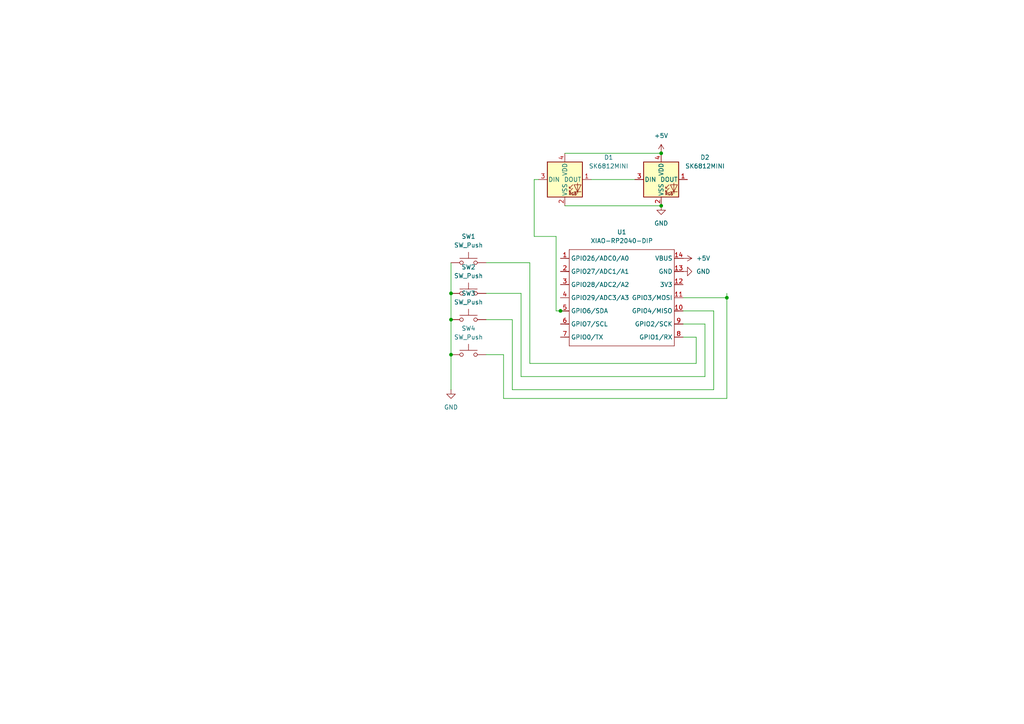
<source format=kicad_sch>
(kicad_sch
	(version 20250114)
	(generator "eeschema")
	(generator_version "9.0")
	(uuid "1476adb5-9970-4781-b5a4-9e3440139dc2")
	(paper "A4")
	(lib_symbols
		(symbol "LED:SK6812MINI"
			(pin_names
				(offset 0.254)
			)
			(exclude_from_sim no)
			(in_bom yes)
			(on_board yes)
			(property "Reference" "D"
				(at 5.08 5.715 0)
				(effects
					(font
						(size 1.27 1.27)
					)
					(justify right bottom)
				)
			)
			(property "Value" "SK6812MINI"
				(at 1.27 -5.715 0)
				(effects
					(font
						(size 1.27 1.27)
					)
					(justify left top)
				)
			)
			(property "Footprint" "LED_SMD:LED_SK6812MINI_PLCC4_3.5x3.5mm_P1.75mm"
				(at 1.27 -7.62 0)
				(effects
					(font
						(size 1.27 1.27)
					)
					(justify left top)
					(hide yes)
				)
			)
			(property "Datasheet" "https://cdn-shop.adafruit.com/product-files/2686/SK6812MINI_REV.01-1-2.pdf"
				(at 2.54 -9.525 0)
				(effects
					(font
						(size 1.27 1.27)
					)
					(justify left top)
					(hide yes)
				)
			)
			(property "Description" "RGB LED with integrated controller"
				(at 0 0 0)
				(effects
					(font
						(size 1.27 1.27)
					)
					(hide yes)
				)
			)
			(property "ki_keywords" "RGB LED NeoPixel Mini addressable"
				(at 0 0 0)
				(effects
					(font
						(size 1.27 1.27)
					)
					(hide yes)
				)
			)
			(property "ki_fp_filters" "LED*SK6812MINI*PLCC*3.5x3.5mm*P1.75mm*"
				(at 0 0 0)
				(effects
					(font
						(size 1.27 1.27)
					)
					(hide yes)
				)
			)
			(symbol "SK6812MINI_0_0"
				(text "RGB"
					(at 2.286 -4.191 0)
					(effects
						(font
							(size 0.762 0.762)
						)
					)
				)
			)
			(symbol "SK6812MINI_0_1"
				(polyline
					(pts
						(xy 1.27 -2.54) (xy 1.778 -2.54)
					)
					(stroke
						(width 0)
						(type default)
					)
					(fill
						(type none)
					)
				)
				(polyline
					(pts
						(xy 1.27 -3.556) (xy 1.778 -3.556)
					)
					(stroke
						(width 0)
						(type default)
					)
					(fill
						(type none)
					)
				)
				(polyline
					(pts
						(xy 2.286 -1.524) (xy 1.27 -2.54) (xy 1.27 -2.032)
					)
					(stroke
						(width 0)
						(type default)
					)
					(fill
						(type none)
					)
				)
				(polyline
					(pts
						(xy 2.286 -2.54) (xy 1.27 -3.556) (xy 1.27 -3.048)
					)
					(stroke
						(width 0)
						(type default)
					)
					(fill
						(type none)
					)
				)
				(polyline
					(pts
						(xy 3.683 -1.016) (xy 3.683 -3.556) (xy 3.683 -4.064)
					)
					(stroke
						(width 0)
						(type default)
					)
					(fill
						(type none)
					)
				)
				(polyline
					(pts
						(xy 4.699 -1.524) (xy 2.667 -1.524) (xy 3.683 -3.556) (xy 4.699 -1.524)
					)
					(stroke
						(width 0)
						(type default)
					)
					(fill
						(type none)
					)
				)
				(polyline
					(pts
						(xy 4.699 -3.556) (xy 2.667 -3.556)
					)
					(stroke
						(width 0)
						(type default)
					)
					(fill
						(type none)
					)
				)
				(rectangle
					(start 5.08 5.08)
					(end -5.08 -5.08)
					(stroke
						(width 0.254)
						(type default)
					)
					(fill
						(type background)
					)
				)
			)
			(symbol "SK6812MINI_1_1"
				(pin input line
					(at -7.62 0 0)
					(length 2.54)
					(name "DIN"
						(effects
							(font
								(size 1.27 1.27)
							)
						)
					)
					(number "3"
						(effects
							(font
								(size 1.27 1.27)
							)
						)
					)
				)
				(pin power_in line
					(at 0 7.62 270)
					(length 2.54)
					(name "VDD"
						(effects
							(font
								(size 1.27 1.27)
							)
						)
					)
					(number "4"
						(effects
							(font
								(size 1.27 1.27)
							)
						)
					)
				)
				(pin power_in line
					(at 0 -7.62 90)
					(length 2.54)
					(name "VSS"
						(effects
							(font
								(size 1.27 1.27)
							)
						)
					)
					(number "2"
						(effects
							(font
								(size 1.27 1.27)
							)
						)
					)
				)
				(pin output line
					(at 7.62 0 180)
					(length 2.54)
					(name "DOUT"
						(effects
							(font
								(size 1.27 1.27)
							)
						)
					)
					(number "1"
						(effects
							(font
								(size 1.27 1.27)
							)
						)
					)
				)
			)
			(embedded_fonts no)
		)
		(symbol "OPL:XIAO-RP2040-DIP"
			(exclude_from_sim no)
			(in_bom yes)
			(on_board yes)
			(property "Reference" "U"
				(at 0 0 0)
				(effects
					(font
						(size 1.27 1.27)
					)
				)
			)
			(property "Value" "XIAO-RP2040-DIP"
				(at 5.334 -1.778 0)
				(effects
					(font
						(size 1.27 1.27)
					)
				)
			)
			(property "Footprint" "Module:MOUDLE14P-XIAO-DIP-SMD"
				(at 14.478 -32.258 0)
				(effects
					(font
						(size 1.27 1.27)
					)
					(hide yes)
				)
			)
			(property "Datasheet" ""
				(at 0 0 0)
				(effects
					(font
						(size 1.27 1.27)
					)
					(hide yes)
				)
			)
			(property "Description" ""
				(at 0 0 0)
				(effects
					(font
						(size 1.27 1.27)
					)
					(hide yes)
				)
			)
			(symbol "XIAO-RP2040-DIP_1_0"
				(polyline
					(pts
						(xy -1.27 -2.54) (xy 29.21 -2.54)
					)
					(stroke
						(width 0.1524)
						(type solid)
					)
					(fill
						(type none)
					)
				)
				(polyline
					(pts
						(xy -1.27 -5.08) (xy -2.54 -5.08)
					)
					(stroke
						(width 0.1524)
						(type solid)
					)
					(fill
						(type none)
					)
				)
				(polyline
					(pts
						(xy -1.27 -5.08) (xy -1.27 -2.54)
					)
					(stroke
						(width 0.1524)
						(type solid)
					)
					(fill
						(type none)
					)
				)
				(polyline
					(pts
						(xy -1.27 -8.89) (xy -2.54 -8.89)
					)
					(stroke
						(width 0.1524)
						(type solid)
					)
					(fill
						(type none)
					)
				)
				(polyline
					(pts
						(xy -1.27 -8.89) (xy -1.27 -5.08)
					)
					(stroke
						(width 0.1524)
						(type solid)
					)
					(fill
						(type none)
					)
				)
				(polyline
					(pts
						(xy -1.27 -12.7) (xy -2.54 -12.7)
					)
					(stroke
						(width 0.1524)
						(type solid)
					)
					(fill
						(type none)
					)
				)
				(polyline
					(pts
						(xy -1.27 -12.7) (xy -1.27 -8.89)
					)
					(stroke
						(width 0.1524)
						(type solid)
					)
					(fill
						(type none)
					)
				)
				(polyline
					(pts
						(xy -1.27 -16.51) (xy -2.54 -16.51)
					)
					(stroke
						(width 0.1524)
						(type solid)
					)
					(fill
						(type none)
					)
				)
				(polyline
					(pts
						(xy -1.27 -16.51) (xy -1.27 -12.7)
					)
					(stroke
						(width 0.1524)
						(type solid)
					)
					(fill
						(type none)
					)
				)
				(polyline
					(pts
						(xy -1.27 -20.32) (xy -2.54 -20.32)
					)
					(stroke
						(width 0.1524)
						(type solid)
					)
					(fill
						(type none)
					)
				)
				(polyline
					(pts
						(xy -1.27 -24.13) (xy -2.54 -24.13)
					)
					(stroke
						(width 0.1524)
						(type solid)
					)
					(fill
						(type none)
					)
				)
				(polyline
					(pts
						(xy -1.27 -27.94) (xy -2.54 -27.94)
					)
					(stroke
						(width 0.1524)
						(type solid)
					)
					(fill
						(type none)
					)
				)
				(polyline
					(pts
						(xy -1.27 -30.48) (xy -1.27 -16.51)
					)
					(stroke
						(width 0.1524)
						(type solid)
					)
					(fill
						(type none)
					)
				)
				(polyline
					(pts
						(xy 29.21 -2.54) (xy 29.21 -5.08)
					)
					(stroke
						(width 0.1524)
						(type solid)
					)
					(fill
						(type none)
					)
				)
				(polyline
					(pts
						(xy 29.21 -5.08) (xy 29.21 -8.89)
					)
					(stroke
						(width 0.1524)
						(type solid)
					)
					(fill
						(type none)
					)
				)
				(polyline
					(pts
						(xy 29.21 -8.89) (xy 29.21 -12.7)
					)
					(stroke
						(width 0.1524)
						(type solid)
					)
					(fill
						(type none)
					)
				)
				(polyline
					(pts
						(xy 29.21 -12.7) (xy 29.21 -30.48)
					)
					(stroke
						(width 0.1524)
						(type solid)
					)
					(fill
						(type none)
					)
				)
				(polyline
					(pts
						(xy 29.21 -30.48) (xy -1.27 -30.48)
					)
					(stroke
						(width 0.1524)
						(type solid)
					)
					(fill
						(type none)
					)
				)
				(polyline
					(pts
						(xy 30.48 -5.08) (xy 29.21 -5.08)
					)
					(stroke
						(width 0.1524)
						(type solid)
					)
					(fill
						(type none)
					)
				)
				(polyline
					(pts
						(xy 30.48 -8.89) (xy 29.21 -8.89)
					)
					(stroke
						(width 0.1524)
						(type solid)
					)
					(fill
						(type none)
					)
				)
				(polyline
					(pts
						(xy 30.48 -12.7) (xy 29.21 -12.7)
					)
					(stroke
						(width 0.1524)
						(type solid)
					)
					(fill
						(type none)
					)
				)
				(polyline
					(pts
						(xy 30.48 -16.51) (xy 29.21 -16.51)
					)
					(stroke
						(width 0.1524)
						(type solid)
					)
					(fill
						(type none)
					)
				)
				(polyline
					(pts
						(xy 30.48 -20.32) (xy 29.21 -20.32)
					)
					(stroke
						(width 0.1524)
						(type solid)
					)
					(fill
						(type none)
					)
				)
				(polyline
					(pts
						(xy 30.48 -24.13) (xy 29.21 -24.13)
					)
					(stroke
						(width 0.1524)
						(type solid)
					)
					(fill
						(type none)
					)
				)
				(polyline
					(pts
						(xy 30.48 -27.94) (xy 29.21 -27.94)
					)
					(stroke
						(width 0.1524)
						(type solid)
					)
					(fill
						(type none)
					)
				)
				(pin passive line
					(at -3.81 -5.08 0)
					(length 2.54)
					(name "GPIO26/ADC0/A0"
						(effects
							(font
								(size 1.27 1.27)
							)
						)
					)
					(number "1"
						(effects
							(font
								(size 1.27 1.27)
							)
						)
					)
				)
				(pin passive line
					(at -3.81 -8.89 0)
					(length 2.54)
					(name "GPIO27/ADC1/A1"
						(effects
							(font
								(size 1.27 1.27)
							)
						)
					)
					(number "2"
						(effects
							(font
								(size 1.27 1.27)
							)
						)
					)
				)
				(pin passive line
					(at -3.81 -12.7 0)
					(length 2.54)
					(name "GPIO28/ADC2/A2"
						(effects
							(font
								(size 1.27 1.27)
							)
						)
					)
					(number "3"
						(effects
							(font
								(size 1.27 1.27)
							)
						)
					)
				)
				(pin passive line
					(at -3.81 -16.51 0)
					(length 2.54)
					(name "GPIO29/ADC3/A3"
						(effects
							(font
								(size 1.27 1.27)
							)
						)
					)
					(number "4"
						(effects
							(font
								(size 1.27 1.27)
							)
						)
					)
				)
				(pin passive line
					(at -3.81 -20.32 0)
					(length 2.54)
					(name "GPIO6/SDA"
						(effects
							(font
								(size 1.27 1.27)
							)
						)
					)
					(number "5"
						(effects
							(font
								(size 1.27 1.27)
							)
						)
					)
				)
				(pin passive line
					(at -3.81 -24.13 0)
					(length 2.54)
					(name "GPIO7/SCL"
						(effects
							(font
								(size 1.27 1.27)
							)
						)
					)
					(number "6"
						(effects
							(font
								(size 1.27 1.27)
							)
						)
					)
				)
				(pin passive line
					(at -3.81 -27.94 0)
					(length 2.54)
					(name "GPIO0/TX"
						(effects
							(font
								(size 1.27 1.27)
							)
						)
					)
					(number "7"
						(effects
							(font
								(size 1.27 1.27)
							)
						)
					)
				)
				(pin passive line
					(at 31.75 -5.08 180)
					(length 2.54)
					(name "VBUS"
						(effects
							(font
								(size 1.27 1.27)
							)
						)
					)
					(number "14"
						(effects
							(font
								(size 1.27 1.27)
							)
						)
					)
				)
				(pin passive line
					(at 31.75 -8.89 180)
					(length 2.54)
					(name "GND"
						(effects
							(font
								(size 1.27 1.27)
							)
						)
					)
					(number "13"
						(effects
							(font
								(size 1.27 1.27)
							)
						)
					)
				)
				(pin passive line
					(at 31.75 -12.7 180)
					(length 2.54)
					(name "3V3"
						(effects
							(font
								(size 1.27 1.27)
							)
						)
					)
					(number "12"
						(effects
							(font
								(size 1.27 1.27)
							)
						)
					)
				)
				(pin passive line
					(at 31.75 -16.51 180)
					(length 2.54)
					(name "GPIO3/MOSI"
						(effects
							(font
								(size 1.27 1.27)
							)
						)
					)
					(number "11"
						(effects
							(font
								(size 1.27 1.27)
							)
						)
					)
				)
				(pin passive line
					(at 31.75 -20.32 180)
					(length 2.54)
					(name "GPIO4/MISO"
						(effects
							(font
								(size 1.27 1.27)
							)
						)
					)
					(number "10"
						(effects
							(font
								(size 1.27 1.27)
							)
						)
					)
				)
				(pin passive line
					(at 31.75 -24.13 180)
					(length 2.54)
					(name "GPIO2/SCK"
						(effects
							(font
								(size 1.27 1.27)
							)
						)
					)
					(number "9"
						(effects
							(font
								(size 1.27 1.27)
							)
						)
					)
				)
				(pin passive line
					(at 31.75 -27.94 180)
					(length 2.54)
					(name "GPIO1/RX"
						(effects
							(font
								(size 1.27 1.27)
							)
						)
					)
					(number "8"
						(effects
							(font
								(size 1.27 1.27)
							)
						)
					)
				)
			)
			(embedded_fonts no)
		)
		(symbol "Switch:SW_Push"
			(pin_numbers
				(hide yes)
			)
			(pin_names
				(offset 1.016)
				(hide yes)
			)
			(exclude_from_sim no)
			(in_bom yes)
			(on_board yes)
			(property "Reference" "SW"
				(at 1.27 2.54 0)
				(effects
					(font
						(size 1.27 1.27)
					)
					(justify left)
				)
			)
			(property "Value" "SW_Push"
				(at 0 -1.524 0)
				(effects
					(font
						(size 1.27 1.27)
					)
				)
			)
			(property "Footprint" ""
				(at 0 5.08 0)
				(effects
					(font
						(size 1.27 1.27)
					)
					(hide yes)
				)
			)
			(property "Datasheet" "~"
				(at 0 5.08 0)
				(effects
					(font
						(size 1.27 1.27)
					)
					(hide yes)
				)
			)
			(property "Description" "Push button switch, generic, two pins"
				(at 0 0 0)
				(effects
					(font
						(size 1.27 1.27)
					)
					(hide yes)
				)
			)
			(property "ki_keywords" "switch normally-open pushbutton push-button"
				(at 0 0 0)
				(effects
					(font
						(size 1.27 1.27)
					)
					(hide yes)
				)
			)
			(symbol "SW_Push_0_1"
				(circle
					(center -2.032 0)
					(radius 0.508)
					(stroke
						(width 0)
						(type default)
					)
					(fill
						(type none)
					)
				)
				(polyline
					(pts
						(xy 0 1.27) (xy 0 3.048)
					)
					(stroke
						(width 0)
						(type default)
					)
					(fill
						(type none)
					)
				)
				(circle
					(center 2.032 0)
					(radius 0.508)
					(stroke
						(width 0)
						(type default)
					)
					(fill
						(type none)
					)
				)
				(polyline
					(pts
						(xy 2.54 1.27) (xy -2.54 1.27)
					)
					(stroke
						(width 0)
						(type default)
					)
					(fill
						(type none)
					)
				)
				(pin passive line
					(at -5.08 0 0)
					(length 2.54)
					(name "1"
						(effects
							(font
								(size 1.27 1.27)
							)
						)
					)
					(number "1"
						(effects
							(font
								(size 1.27 1.27)
							)
						)
					)
				)
				(pin passive line
					(at 5.08 0 180)
					(length 2.54)
					(name "2"
						(effects
							(font
								(size 1.27 1.27)
							)
						)
					)
					(number "2"
						(effects
							(font
								(size 1.27 1.27)
							)
						)
					)
				)
			)
			(embedded_fonts no)
		)
		(symbol "power:+5V"
			(power)
			(pin_numbers
				(hide yes)
			)
			(pin_names
				(offset 0)
				(hide yes)
			)
			(exclude_from_sim no)
			(in_bom yes)
			(on_board yes)
			(property "Reference" "#PWR"
				(at 0 -3.81 0)
				(effects
					(font
						(size 1.27 1.27)
					)
					(hide yes)
				)
			)
			(property "Value" "+5V"
				(at 0 3.556 0)
				(effects
					(font
						(size 1.27 1.27)
					)
				)
			)
			(property "Footprint" ""
				(at 0 0 0)
				(effects
					(font
						(size 1.27 1.27)
					)
					(hide yes)
				)
			)
			(property "Datasheet" ""
				(at 0 0 0)
				(effects
					(font
						(size 1.27 1.27)
					)
					(hide yes)
				)
			)
			(property "Description" "Power symbol creates a global label with name \"+5V\""
				(at 0 0 0)
				(effects
					(font
						(size 1.27 1.27)
					)
					(hide yes)
				)
			)
			(property "ki_keywords" "global power"
				(at 0 0 0)
				(effects
					(font
						(size 1.27 1.27)
					)
					(hide yes)
				)
			)
			(symbol "+5V_0_1"
				(polyline
					(pts
						(xy -0.762 1.27) (xy 0 2.54)
					)
					(stroke
						(width 0)
						(type default)
					)
					(fill
						(type none)
					)
				)
				(polyline
					(pts
						(xy 0 2.54) (xy 0.762 1.27)
					)
					(stroke
						(width 0)
						(type default)
					)
					(fill
						(type none)
					)
				)
				(polyline
					(pts
						(xy 0 0) (xy 0 2.54)
					)
					(stroke
						(width 0)
						(type default)
					)
					(fill
						(type none)
					)
				)
			)
			(symbol "+5V_1_1"
				(pin power_in line
					(at 0 0 90)
					(length 0)
					(name "~"
						(effects
							(font
								(size 1.27 1.27)
							)
						)
					)
					(number "1"
						(effects
							(font
								(size 1.27 1.27)
							)
						)
					)
				)
			)
			(embedded_fonts no)
		)
		(symbol "power:GND"
			(power)
			(pin_numbers
				(hide yes)
			)
			(pin_names
				(offset 0)
				(hide yes)
			)
			(exclude_from_sim no)
			(in_bom yes)
			(on_board yes)
			(property "Reference" "#PWR"
				(at 0 -6.35 0)
				(effects
					(font
						(size 1.27 1.27)
					)
					(hide yes)
				)
			)
			(property "Value" "GND"
				(at 0 -3.81 0)
				(effects
					(font
						(size 1.27 1.27)
					)
				)
			)
			(property "Footprint" ""
				(at 0 0 0)
				(effects
					(font
						(size 1.27 1.27)
					)
					(hide yes)
				)
			)
			(property "Datasheet" ""
				(at 0 0 0)
				(effects
					(font
						(size 1.27 1.27)
					)
					(hide yes)
				)
			)
			(property "Description" "Power symbol creates a global label with name \"GND\" , ground"
				(at 0 0 0)
				(effects
					(font
						(size 1.27 1.27)
					)
					(hide yes)
				)
			)
			(property "ki_keywords" "global power"
				(at 0 0 0)
				(effects
					(font
						(size 1.27 1.27)
					)
					(hide yes)
				)
			)
			(symbol "GND_0_1"
				(polyline
					(pts
						(xy 0 0) (xy 0 -1.27) (xy 1.27 -1.27) (xy 0 -2.54) (xy -1.27 -1.27) (xy 0 -1.27)
					)
					(stroke
						(width 0)
						(type default)
					)
					(fill
						(type none)
					)
				)
			)
			(symbol "GND_1_1"
				(pin power_in line
					(at 0 0 270)
					(length 0)
					(name "~"
						(effects
							(font
								(size 1.27 1.27)
							)
						)
					)
					(number "1"
						(effects
							(font
								(size 1.27 1.27)
							)
						)
					)
				)
			)
			(embedded_fonts no)
		)
	)
	(junction
		(at 130.81 102.87)
		(diameter 0)
		(color 0 0 0 0)
		(uuid "23d0ea12-a462-4689-b64d-15e45a20a67a")
	)
	(junction
		(at 130.81 92.71)
		(diameter 0)
		(color 0 0 0 0)
		(uuid "314ce9de-0fbd-4543-bcc8-67e9fa62ad7c")
	)
	(junction
		(at 210.82 86.36)
		(diameter 0)
		(color 0 0 0 0)
		(uuid "3467aaaa-8666-47ae-9654-844b850a14ce")
	)
	(junction
		(at 191.77 59.69)
		(diameter 0)
		(color 0 0 0 0)
		(uuid "95909c7e-38b4-4875-9122-c9bd1f2c89e6")
	)
	(junction
		(at 130.81 85.09)
		(diameter 0)
		(color 0 0 0 0)
		(uuid "ba48ad3b-44aa-4886-aa22-a9d7172678b2")
	)
	(junction
		(at 191.77 44.45)
		(diameter 0)
		(color 0 0 0 0)
		(uuid "dd7af1aa-c31d-490a-8100-5b56a4953e4d")
	)
	(junction
		(at 162.56 90.17)
		(diameter 0)
		(color 0 0 0 0)
		(uuid "f713d11f-ad35-4435-8b7e-d8243b654e47")
	)
	(wire
		(pts
			(xy 161.29 68.58) (xy 161.29 90.17)
		)
		(stroke
			(width 0)
			(type default)
		)
		(uuid "082deaa8-7f18-4583-b609-c8731f5c70f8")
	)
	(wire
		(pts
			(xy 130.81 85.09) (xy 130.81 92.71)
		)
		(stroke
			(width 0)
			(type default)
		)
		(uuid "0e63a28b-64d8-40a8-9a26-3433cb08b0d8")
	)
	(wire
		(pts
			(xy 130.81 92.71) (xy 130.81 102.87)
		)
		(stroke
			(width 0)
			(type default)
		)
		(uuid "101c1992-33a1-4c46-ba85-3aee4ecf3daa")
	)
	(wire
		(pts
			(xy 198.12 93.98) (xy 204.47 93.98)
		)
		(stroke
			(width 0)
			(type default)
		)
		(uuid "106d96be-a065-49b8-83bb-c20dd7fc4aee")
	)
	(wire
		(pts
			(xy 163.83 44.45) (xy 191.77 44.45)
		)
		(stroke
			(width 0)
			(type default)
		)
		(uuid "12b428fa-52bb-487e-890d-f875515749d7")
	)
	(wire
		(pts
			(xy 198.12 86.36) (xy 210.82 86.36)
		)
		(stroke
			(width 0)
			(type default)
		)
		(uuid "1b306ce7-7ef6-45dc-8f49-b381668c859a")
	)
	(wire
		(pts
			(xy 154.94 52.07) (xy 154.94 68.58)
		)
		(stroke
			(width 0)
			(type default)
		)
		(uuid "26deb4e5-ff7e-49cd-93ce-a9e0c36d9b17")
	)
	(wire
		(pts
			(xy 151.13 85.09) (xy 151.13 109.22)
		)
		(stroke
			(width 0)
			(type default)
		)
		(uuid "271543c1-e926-4f09-a375-6813e013c27e")
	)
	(wire
		(pts
			(xy 140.97 76.2) (xy 153.67 76.2)
		)
		(stroke
			(width 0)
			(type default)
		)
		(uuid "352b199c-9119-41df-bd35-c89f6b5a832b")
	)
	(wire
		(pts
			(xy 204.47 109.22) (xy 204.47 93.98)
		)
		(stroke
			(width 0)
			(type default)
		)
		(uuid "416df924-40b3-419d-b7b2-8ab7989dfaa9")
	)
	(wire
		(pts
			(xy 140.97 92.71) (xy 148.59 92.71)
		)
		(stroke
			(width 0)
			(type default)
		)
		(uuid "4c576b99-9261-413f-92ba-27164cc54363")
	)
	(wire
		(pts
			(xy 148.59 92.71) (xy 148.59 113.03)
		)
		(stroke
			(width 0)
			(type default)
		)
		(uuid "4d213b20-a997-4e4c-a62a-905b5fe060a2")
	)
	(wire
		(pts
			(xy 210.82 86.36) (xy 210.82 115.57)
		)
		(stroke
			(width 0)
			(type default)
		)
		(uuid "55834c39-6203-4a82-9685-18874a8ff44c")
	)
	(wire
		(pts
			(xy 154.94 68.58) (xy 161.29 68.58)
		)
		(stroke
			(width 0)
			(type default)
		)
		(uuid "5facc5d7-9275-49af-b241-b90b84d28f1e")
	)
	(wire
		(pts
			(xy 140.97 102.87) (xy 146.05 102.87)
		)
		(stroke
			(width 0)
			(type default)
		)
		(uuid "6320b284-5caf-4595-9b75-6d71b1fbb2de")
	)
	(wire
		(pts
			(xy 210.82 85.09) (xy 210.82 86.36)
		)
		(stroke
			(width 0)
			(type default)
		)
		(uuid "6e8d85f9-6708-487f-89a9-c21ccba20f20")
	)
	(wire
		(pts
			(xy 130.81 102.87) (xy 130.81 113.03)
		)
		(stroke
			(width 0)
			(type default)
		)
		(uuid "80b79ed4-cb12-4666-9caa-f30976cd2f15")
	)
	(wire
		(pts
			(xy 201.93 97.79) (xy 198.12 97.79)
		)
		(stroke
			(width 0)
			(type default)
		)
		(uuid "8396ea32-bca9-4b0e-8471-a68ebeda7e60")
	)
	(wire
		(pts
			(xy 146.05 102.87) (xy 146.05 115.57)
		)
		(stroke
			(width 0)
			(type default)
		)
		(uuid "9c911360-3e64-4278-b888-62e59074c46d")
	)
	(wire
		(pts
			(xy 162.56 90.17) (xy 163.83 90.17)
		)
		(stroke
			(width 0)
			(type default)
		)
		(uuid "a15c94f4-0d0a-4373-8c49-8625765db1d6")
	)
	(wire
		(pts
			(xy 153.67 105.41) (xy 201.93 105.41)
		)
		(stroke
			(width 0)
			(type default)
		)
		(uuid "a929d74e-8d98-4441-8d8e-3c1cc6ca8474")
	)
	(wire
		(pts
			(xy 171.45 52.07) (xy 184.15 52.07)
		)
		(stroke
			(width 0)
			(type default)
		)
		(uuid "b1aa4da9-0f9d-400b-9d08-e46120d44ee7")
	)
	(wire
		(pts
			(xy 154.94 52.07) (xy 156.21 52.07)
		)
		(stroke
			(width 0)
			(type default)
		)
		(uuid "b875e464-558c-4289-ad52-bc21e6b506ef")
	)
	(wire
		(pts
			(xy 146.05 115.57) (xy 210.82 115.57)
		)
		(stroke
			(width 0)
			(type default)
		)
		(uuid "b9819f67-de17-4263-92c3-e33339b964d7")
	)
	(wire
		(pts
			(xy 140.97 85.09) (xy 151.13 85.09)
		)
		(stroke
			(width 0)
			(type default)
		)
		(uuid "c2eed4a3-6c5e-4e73-b56f-a9b2de09321f")
	)
	(wire
		(pts
			(xy 148.59 113.03) (xy 207.01 113.03)
		)
		(stroke
			(width 0)
			(type default)
		)
		(uuid "c4fe0a63-c5ec-4324-a3db-e2f40be4fd5f")
	)
	(wire
		(pts
			(xy 201.93 105.41) (xy 201.93 97.79)
		)
		(stroke
			(width 0)
			(type default)
		)
		(uuid "cb258447-4524-4b2d-9428-7745fdf7d2c9")
	)
	(wire
		(pts
			(xy 130.81 76.2) (xy 130.81 85.09)
		)
		(stroke
			(width 0)
			(type default)
		)
		(uuid "d58d242a-607c-4d94-9f96-df97b6340591")
	)
	(wire
		(pts
			(xy 207.01 113.03) (xy 207.01 90.17)
		)
		(stroke
			(width 0)
			(type default)
		)
		(uuid "db0dce84-e5e9-4f35-beea-3424441dd88c")
	)
	(wire
		(pts
			(xy 163.83 59.69) (xy 191.77 59.69)
		)
		(stroke
			(width 0)
			(type default)
		)
		(uuid "ee102cae-2eee-4871-839a-f3586ba9d3f6")
	)
	(wire
		(pts
			(xy 198.12 90.17) (xy 207.01 90.17)
		)
		(stroke
			(width 0)
			(type default)
		)
		(uuid "efb76852-e891-47ac-95bd-44698b57b619")
	)
	(wire
		(pts
			(xy 153.67 76.2) (xy 153.67 105.41)
		)
		(stroke
			(width 0)
			(type default)
		)
		(uuid "f5d313af-3dc9-42f5-bd52-e90cd89fff81")
	)
	(wire
		(pts
			(xy 151.13 109.22) (xy 204.47 109.22)
		)
		(stroke
			(width 0)
			(type default)
		)
		(uuid "fbed6e2f-da07-4881-bc04-f049a715496a")
	)
	(wire
		(pts
			(xy 161.29 90.17) (xy 162.56 90.17)
		)
		(stroke
			(width 0)
			(type default)
		)
		(uuid "fcbb37d4-131f-463b-86b3-21682d252841")
	)
	(symbol
		(lib_id "LED:SK6812MINI")
		(at 163.83 52.07 0)
		(unit 1)
		(exclude_from_sim no)
		(in_bom yes)
		(on_board yes)
		(dnp no)
		(fields_autoplaced yes)
		(uuid "20a34f2a-c542-4f0f-9499-9862b8f3c90b")
		(property "Reference" "D1"
			(at 176.53 45.6498 0)
			(effects
				(font
					(size 1.27 1.27)
				)
			)
		)
		(property "Value" "SK6812MINI"
			(at 176.53 48.1898 0)
			(effects
				(font
					(size 1.27 1.27)
				)
			)
		)
		(property "Footprint" "LED_SMD:LED_SK6812MINI_PLCC4_3.5x3.5mm_P1.75mm"
			(at 165.1 59.69 0)
			(effects
				(font
					(size 1.27 1.27)
				)
				(justify left top)
				(hide yes)
			)
		)
		(property "Datasheet" "https://cdn-shop.adafruit.com/product-files/2686/SK6812MINI_REV.01-1-2.pdf"
			(at 166.37 61.595 0)
			(effects
				(font
					(size 1.27 1.27)
				)
				(justify left top)
				(hide yes)
			)
		)
		(property "Description" "RGB LED with integrated controller"
			(at 163.83 52.07 0)
			(effects
				(font
					(size 1.27 1.27)
				)
				(hide yes)
			)
		)
		(pin "4"
			(uuid "d603fe88-9533-46d2-8fe4-55930d0b826e")
		)
		(pin "3"
			(uuid "58d2d567-2ffb-4560-a65f-b584ae36c3c3")
		)
		(pin "2"
			(uuid "bb53ad04-765c-4b3b-adaa-05d517270a44")
		)
		(pin "1"
			(uuid "02ff12d8-9178-4d80-99cf-9192277eab81")
		)
		(instances
			(project ""
				(path "/1476adb5-9970-4781-b5a4-9e3440139dc2"
					(reference "D1")
					(unit 1)
				)
			)
		)
	)
	(symbol
		(lib_id "power:GND")
		(at 198.12 78.74 90)
		(unit 1)
		(exclude_from_sim no)
		(in_bom yes)
		(on_board yes)
		(dnp no)
		(fields_autoplaced yes)
		(uuid "21c5a9c0-4e35-4f96-b901-eb4559c49baf")
		(property "Reference" "#PWR02"
			(at 204.47 78.74 0)
			(effects
				(font
					(size 1.27 1.27)
				)
				(hide yes)
			)
		)
		(property "Value" "GND"
			(at 201.93 78.7399 90)
			(effects
				(font
					(size 1.27 1.27)
				)
				(justify right)
			)
		)
		(property "Footprint" ""
			(at 198.12 78.74 0)
			(effects
				(font
					(size 1.27 1.27)
				)
				(hide yes)
			)
		)
		(property "Datasheet" ""
			(at 198.12 78.74 0)
			(effects
				(font
					(size 1.27 1.27)
				)
				(hide yes)
			)
		)
		(property "Description" "Power symbol creates a global label with name \"GND\" , ground"
			(at 198.12 78.74 0)
			(effects
				(font
					(size 1.27 1.27)
				)
				(hide yes)
			)
		)
		(pin "1"
			(uuid "f39a7bfb-4191-4250-8a0c-2818ddaff4bf")
		)
		(instances
			(project ""
				(path "/1476adb5-9970-4781-b5a4-9e3440139dc2"
					(reference "#PWR02")
					(unit 1)
				)
			)
		)
	)
	(symbol
		(lib_id "power:+5V")
		(at 198.12 74.93 270)
		(unit 1)
		(exclude_from_sim no)
		(in_bom yes)
		(on_board yes)
		(dnp no)
		(fields_autoplaced yes)
		(uuid "2da6b044-eaa3-4921-8532-9cb1ec816d57")
		(property "Reference" "#PWR03"
			(at 194.31 74.93 0)
			(effects
				(font
					(size 1.27 1.27)
				)
				(hide yes)
			)
		)
		(property "Value" "+5V"
			(at 201.93 74.9299 90)
			(effects
				(font
					(size 1.27 1.27)
				)
				(justify left)
			)
		)
		(property "Footprint" ""
			(at 198.12 74.93 0)
			(effects
				(font
					(size 1.27 1.27)
				)
				(hide yes)
			)
		)
		(property "Datasheet" ""
			(at 198.12 74.93 0)
			(effects
				(font
					(size 1.27 1.27)
				)
				(hide yes)
			)
		)
		(property "Description" "Power symbol creates a global label with name \"+5V\""
			(at 198.12 74.93 0)
			(effects
				(font
					(size 1.27 1.27)
				)
				(hide yes)
			)
		)
		(pin "1"
			(uuid "84786ec0-15dc-48c2-acc8-77d183b7e67b")
		)
		(instances
			(project ""
				(path "/1476adb5-9970-4781-b5a4-9e3440139dc2"
					(reference "#PWR03")
					(unit 1)
				)
			)
		)
	)
	(symbol
		(lib_id "Switch:SW_Push")
		(at 135.89 102.87 0)
		(unit 1)
		(exclude_from_sim no)
		(in_bom yes)
		(on_board yes)
		(dnp no)
		(fields_autoplaced yes)
		(uuid "38dc1637-7863-4040-a13d-8b1abfbdfbcd")
		(property "Reference" "SW4"
			(at 135.89 95.25 0)
			(effects
				(font
					(size 1.27 1.27)
				)
			)
		)
		(property "Value" "SW_Push"
			(at 135.89 97.79 0)
			(effects
				(font
					(size 1.27 1.27)
				)
			)
		)
		(property "Footprint" "Button_Switch_Keyboard:SW_Cherry_MX_1.00u_PCB"
			(at 135.89 97.79 0)
			(effects
				(font
					(size 1.27 1.27)
				)
				(hide yes)
			)
		)
		(property "Datasheet" "~"
			(at 135.89 97.79 0)
			(effects
				(font
					(size 1.27 1.27)
				)
				(hide yes)
			)
		)
		(property "Description" "Push button switch, generic, two pins"
			(at 135.89 102.87 0)
			(effects
				(font
					(size 1.27 1.27)
				)
				(hide yes)
			)
		)
		(pin "2"
			(uuid "6360dcef-066b-4892-976c-005128f848c0")
		)
		(pin "1"
			(uuid "c64abfdb-37a3-40e1-bb1a-dff8e5bb5a04")
		)
		(instances
			(project "Hackpad"
				(path "/1476adb5-9970-4781-b5a4-9e3440139dc2"
					(reference "SW4")
					(unit 1)
				)
			)
		)
	)
	(symbol
		(lib_id "power:+5V")
		(at 191.77 44.45 0)
		(unit 1)
		(exclude_from_sim no)
		(in_bom yes)
		(on_board yes)
		(dnp no)
		(fields_autoplaced yes)
		(uuid "4c886827-88a9-4d25-b967-5065fca2eb4a")
		(property "Reference" "#PWR04"
			(at 191.77 48.26 0)
			(effects
				(font
					(size 1.27 1.27)
				)
				(hide yes)
			)
		)
		(property "Value" "+5V"
			(at 191.77 39.37 0)
			(effects
				(font
					(size 1.27 1.27)
				)
			)
		)
		(property "Footprint" ""
			(at 191.77 44.45 0)
			(effects
				(font
					(size 1.27 1.27)
				)
				(hide yes)
			)
		)
		(property "Datasheet" ""
			(at 191.77 44.45 0)
			(effects
				(font
					(size 1.27 1.27)
				)
				(hide yes)
			)
		)
		(property "Description" "Power symbol creates a global label with name \"+5V\""
			(at 191.77 44.45 0)
			(effects
				(font
					(size 1.27 1.27)
				)
				(hide yes)
			)
		)
		(pin "1"
			(uuid "13a53151-b4d7-4e2a-b242-c0a955029397")
		)
		(instances
			(project ""
				(path "/1476adb5-9970-4781-b5a4-9e3440139dc2"
					(reference "#PWR04")
					(unit 1)
				)
			)
		)
	)
	(symbol
		(lib_id "OPL:XIAO-RP2040-DIP")
		(at 166.37 69.85 0)
		(unit 1)
		(exclude_from_sim no)
		(in_bom yes)
		(on_board yes)
		(dnp no)
		(fields_autoplaced yes)
		(uuid "59a60e25-6b03-4453-9c8c-d8eab1cbe761")
		(property "Reference" "U1"
			(at 180.34 67.31 0)
			(effects
				(font
					(size 1.27 1.27)
				)
			)
		)
		(property "Value" "XIAO-RP2040-DIP"
			(at 180.34 69.85 0)
			(effects
				(font
					(size 1.27 1.27)
				)
			)
		)
		(property "Footprint" "OPL:XIAO-RP2040-DIP"
			(at 180.848 102.108 0)
			(effects
				(font
					(size 1.27 1.27)
				)
				(hide yes)
			)
		)
		(property "Datasheet" ""
			(at 166.37 69.85 0)
			(effects
				(font
					(size 1.27 1.27)
				)
				(hide yes)
			)
		)
		(property "Description" ""
			(at 166.37 69.85 0)
			(effects
				(font
					(size 1.27 1.27)
				)
				(hide yes)
			)
		)
		(pin "9"
			(uuid "7ae32e95-8a8c-48b7-a583-6f8887924ded")
		)
		(pin "2"
			(uuid "ebbab3d8-ce49-4cdc-b8c7-568c026b1863")
		)
		(pin "7"
			(uuid "2a796172-3722-4106-9512-050693247d04")
		)
		(pin "12"
			(uuid "6aaba842-41d6-42bc-b4b5-a85f8b88b31b")
		)
		(pin "4"
			(uuid "0341e679-cc8e-465d-a6b6-c43ffff7ed75")
		)
		(pin "3"
			(uuid "f58c0ef5-abd3-46f7-89cd-05b905968e03")
		)
		(pin "5"
			(uuid "9e167e9a-2737-49c2-bda9-5c22069bf214")
		)
		(pin "14"
			(uuid "0a6a2fac-b48c-4160-9998-40bfacb0b62a")
		)
		(pin "11"
			(uuid "e2fee760-a461-4074-b440-732748c59d88")
		)
		(pin "6"
			(uuid "a4f085d8-df05-43f3-b76b-5f8728cde500")
		)
		(pin "13"
			(uuid "99622147-d541-495a-96cf-d42dca5232d4")
		)
		(pin "10"
			(uuid "71b635a9-d1e6-4436-a02e-4c2cc999a6fa")
		)
		(pin "1"
			(uuid "378b7e1d-ba32-4f2d-892e-6c1c5924090e")
		)
		(pin "8"
			(uuid "4e76cef1-599a-4b2c-a935-4ed4e85cb100")
		)
		(instances
			(project ""
				(path "/1476adb5-9970-4781-b5a4-9e3440139dc2"
					(reference "U1")
					(unit 1)
				)
			)
		)
	)
	(symbol
		(lib_id "Switch:SW_Push")
		(at 135.89 85.09 0)
		(unit 1)
		(exclude_from_sim no)
		(in_bom yes)
		(on_board yes)
		(dnp no)
		(fields_autoplaced yes)
		(uuid "70821de4-0f11-4a26-8def-6ab0f72a2aaa")
		(property "Reference" "SW2"
			(at 135.89 77.47 0)
			(effects
				(font
					(size 1.27 1.27)
				)
			)
		)
		(property "Value" "SW_Push"
			(at 135.89 80.01 0)
			(effects
				(font
					(size 1.27 1.27)
				)
			)
		)
		(property "Footprint" "Button_Switch_Keyboard:SW_Cherry_MX_1.00u_PCB"
			(at 135.89 80.01 0)
			(effects
				(font
					(size 1.27 1.27)
				)
				(hide yes)
			)
		)
		(property "Datasheet" "~"
			(at 135.89 80.01 0)
			(effects
				(font
					(size 1.27 1.27)
				)
				(hide yes)
			)
		)
		(property "Description" "Push button switch, generic, two pins"
			(at 135.89 85.09 0)
			(effects
				(font
					(size 1.27 1.27)
				)
				(hide yes)
			)
		)
		(pin "2"
			(uuid "6c1c3181-db8c-454d-a3e2-910f17faf215")
		)
		(pin "1"
			(uuid "e8dc4ecb-c66d-4487-840e-9e0acb39898c")
		)
		(instances
			(project "Hackpad"
				(path "/1476adb5-9970-4781-b5a4-9e3440139dc2"
					(reference "SW2")
					(unit 1)
				)
			)
		)
	)
	(symbol
		(lib_id "power:GND")
		(at 130.81 113.03 0)
		(unit 1)
		(exclude_from_sim no)
		(in_bom yes)
		(on_board yes)
		(dnp no)
		(fields_autoplaced yes)
		(uuid "7b77016b-fb68-4477-af7c-608983fc54c3")
		(property "Reference" "#PWR01"
			(at 130.81 119.38 0)
			(effects
				(font
					(size 1.27 1.27)
				)
				(hide yes)
			)
		)
		(property "Value" "GND"
			(at 130.81 118.11 0)
			(effects
				(font
					(size 1.27 1.27)
				)
			)
		)
		(property "Footprint" ""
			(at 130.81 113.03 0)
			(effects
				(font
					(size 1.27 1.27)
				)
				(hide yes)
			)
		)
		(property "Datasheet" ""
			(at 130.81 113.03 0)
			(effects
				(font
					(size 1.27 1.27)
				)
				(hide yes)
			)
		)
		(property "Description" "Power symbol creates a global label with name \"GND\" , ground"
			(at 130.81 113.03 0)
			(effects
				(font
					(size 1.27 1.27)
				)
				(hide yes)
			)
		)
		(pin "1"
			(uuid "a1cd1cd5-a3dd-457b-bd34-9213dff0d08b")
		)
		(instances
			(project ""
				(path "/1476adb5-9970-4781-b5a4-9e3440139dc2"
					(reference "#PWR01")
					(unit 1)
				)
			)
		)
	)
	(symbol
		(lib_id "Switch:SW_Push")
		(at 135.89 76.2 0)
		(unit 1)
		(exclude_from_sim no)
		(in_bom yes)
		(on_board yes)
		(dnp no)
		(fields_autoplaced yes)
		(uuid "8b7512c7-8f18-4037-862a-9c7c83e57942")
		(property "Reference" "SW1"
			(at 135.89 68.58 0)
			(effects
				(font
					(size 1.27 1.27)
				)
			)
		)
		(property "Value" "SW_Push"
			(at 135.89 71.12 0)
			(effects
				(font
					(size 1.27 1.27)
				)
			)
		)
		(property "Footprint" "Button_Switch_Keyboard:SW_Cherry_MX_1.00u_PCB"
			(at 135.89 71.12 0)
			(effects
				(font
					(size 1.27 1.27)
				)
				(hide yes)
			)
		)
		(property "Datasheet" "~"
			(at 135.89 71.12 0)
			(effects
				(font
					(size 1.27 1.27)
				)
				(hide yes)
			)
		)
		(property "Description" "Push button switch, generic, two pins"
			(at 135.89 76.2 0)
			(effects
				(font
					(size 1.27 1.27)
				)
				(hide yes)
			)
		)
		(pin "2"
			(uuid "a9d26e13-1c59-4e80-9913-07a345277c1d")
		)
		(pin "1"
			(uuid "a9aa4267-89b8-4caa-bb0f-6e36d418753e")
		)
		(instances
			(project ""
				(path "/1476adb5-9970-4781-b5a4-9e3440139dc2"
					(reference "SW1")
					(unit 1)
				)
			)
		)
	)
	(symbol
		(lib_id "LED:SK6812MINI")
		(at 191.77 52.07 0)
		(unit 1)
		(exclude_from_sim no)
		(in_bom yes)
		(on_board yes)
		(dnp no)
		(fields_autoplaced yes)
		(uuid "8c911263-9ef3-423c-aed2-314f3fe75c18")
		(property "Reference" "D2"
			(at 204.47 45.6498 0)
			(effects
				(font
					(size 1.27 1.27)
				)
			)
		)
		(property "Value" "SK6812MINI"
			(at 204.47 48.1898 0)
			(effects
				(font
					(size 1.27 1.27)
				)
			)
		)
		(property "Footprint" "LED_SMD:LED_SK6812MINI_PLCC4_3.5x3.5mm_P1.75mm"
			(at 193.04 59.69 0)
			(effects
				(font
					(size 1.27 1.27)
				)
				(justify left top)
				(hide yes)
			)
		)
		(property "Datasheet" "https://cdn-shop.adafruit.com/product-files/2686/SK6812MINI_REV.01-1-2.pdf"
			(at 194.31 61.595 0)
			(effects
				(font
					(size 1.27 1.27)
				)
				(justify left top)
				(hide yes)
			)
		)
		(property "Description" "RGB LED with integrated controller"
			(at 191.77 52.07 0)
			(effects
				(font
					(size 1.27 1.27)
				)
				(hide yes)
			)
		)
		(pin "4"
			(uuid "6d5176c3-d95e-403a-bbd7-b04c5029b3ac")
		)
		(pin "3"
			(uuid "b63b0fb4-d6d7-4829-809a-31b4e59b5a4b")
		)
		(pin "2"
			(uuid "ca2bef6e-1d07-48f9-8102-1a72b7a42dbb")
		)
		(pin "1"
			(uuid "dfeca086-7cbe-45cd-a832-5e8bba9bb3e8")
		)
		(instances
			(project "Hackpad"
				(path "/1476adb5-9970-4781-b5a4-9e3440139dc2"
					(reference "D2")
					(unit 1)
				)
			)
		)
	)
	(symbol
		(lib_id "power:GND")
		(at 191.77 59.69 0)
		(unit 1)
		(exclude_from_sim no)
		(in_bom yes)
		(on_board yes)
		(dnp no)
		(fields_autoplaced yes)
		(uuid "b86053d9-5da3-47cf-a820-fe61f67597a5")
		(property "Reference" "#PWR05"
			(at 191.77 66.04 0)
			(effects
				(font
					(size 1.27 1.27)
				)
				(hide yes)
			)
		)
		(property "Value" "GND"
			(at 191.77 64.77 0)
			(effects
				(font
					(size 1.27 1.27)
				)
			)
		)
		(property "Footprint" ""
			(at 191.77 59.69 0)
			(effects
				(font
					(size 1.27 1.27)
				)
				(hide yes)
			)
		)
		(property "Datasheet" ""
			(at 191.77 59.69 0)
			(effects
				(font
					(size 1.27 1.27)
				)
				(hide yes)
			)
		)
		(property "Description" "Power symbol creates a global label with name \"GND\" , ground"
			(at 191.77 59.69 0)
			(effects
				(font
					(size 1.27 1.27)
				)
				(hide yes)
			)
		)
		(pin "1"
			(uuid "cce666b9-0550-45e8-a539-3edf209b95c4")
		)
		(instances
			(project ""
				(path "/1476adb5-9970-4781-b5a4-9e3440139dc2"
					(reference "#PWR05")
					(unit 1)
				)
			)
		)
	)
	(symbol
		(lib_id "Switch:SW_Push")
		(at 135.89 92.71 0)
		(unit 1)
		(exclude_from_sim no)
		(in_bom yes)
		(on_board yes)
		(dnp no)
		(fields_autoplaced yes)
		(uuid "c0a83396-53f2-456a-ab18-9d7a2da8e47d")
		(property "Reference" "SW3"
			(at 135.89 85.09 0)
			(effects
				(font
					(size 1.27 1.27)
				)
			)
		)
		(property "Value" "SW_Push"
			(at 135.89 87.63 0)
			(effects
				(font
					(size 1.27 1.27)
				)
			)
		)
		(property "Footprint" "Button_Switch_Keyboard:SW_Cherry_MX_1.00u_PCB"
			(at 135.89 87.63 0)
			(effects
				(font
					(size 1.27 1.27)
				)
				(hide yes)
			)
		)
		(property "Datasheet" "~"
			(at 135.89 87.63 0)
			(effects
				(font
					(size 1.27 1.27)
				)
				(hide yes)
			)
		)
		(property "Description" "Push button switch, generic, two pins"
			(at 135.89 92.71 0)
			(effects
				(font
					(size 1.27 1.27)
				)
				(hide yes)
			)
		)
		(pin "2"
			(uuid "8b75cf03-dfdf-4cfc-8716-42fb085f9700")
		)
		(pin "1"
			(uuid "5783a3f9-ad03-4cb4-bea3-89924a14bd3a")
		)
		(instances
			(project "Hackpad"
				(path "/1476adb5-9970-4781-b5a4-9e3440139dc2"
					(reference "SW3")
					(unit 1)
				)
			)
		)
	)
	(sheet_instances
		(path "/"
			(page "1")
		)
	)
	(embedded_fonts no)
)

</source>
